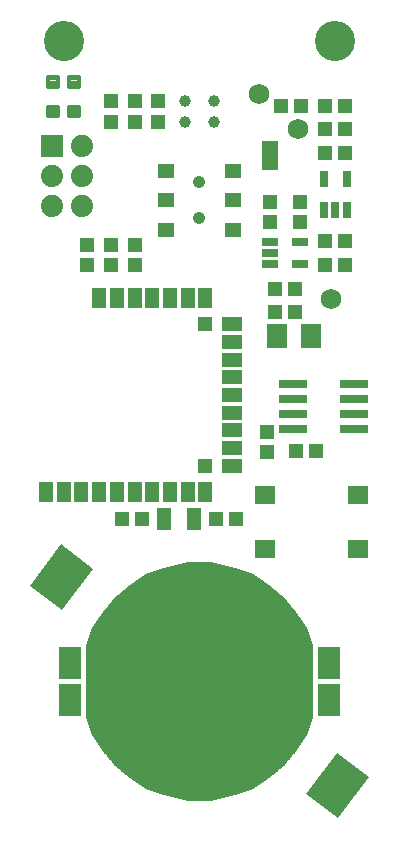
<source format=gbr>
G75*
%MOIN*%
%OFA0B0*%
%FSLAX25Y25*%
%IPPOS*%
%LPD*%
%AMOC8*
5,1,8,0,0,1.08239X$1,22.5*
%
%ADD10C,0.13398*%
%ADD11C,0.01421*%
%ADD12R,0.05131X0.04737*%
%ADD13R,0.07800X0.10800*%
%ADD14C,0.32296*%
%ADD15C,0.00500*%
%ADD16R,0.07099X0.07887*%
%ADD17R,0.04737X0.05131*%
%ADD18R,0.05524X0.02965*%
%ADD19R,0.05131X0.07493*%
%ADD20R,0.05800X0.03300*%
%ADD21R,0.04737X0.06706*%
%ADD22R,0.06706X0.04737*%
%ADD23R,0.04737X0.04737*%
%ADD24R,0.02965X0.05524*%
%ADD25C,0.03950*%
%ADD26R,0.07400X0.07400*%
%ADD27C,0.07400*%
%ADD28R,0.06706X0.05918*%
%ADD29C,0.06800*%
%ADD30R,0.13398X0.17335*%
%ADD31R,0.09461X0.03162*%
%ADD32R,0.05328X0.04737*%
%ADD33C,0.04146*%
D10*
X0013780Y0261811D03*
X0104331Y0261811D03*
D11*
X0011985Y0239847D02*
X0011985Y0236531D01*
X0008669Y0236531D01*
X0008669Y0239847D01*
X0011985Y0239847D01*
X0011985Y0237951D02*
X0008669Y0237951D01*
X0008669Y0239371D02*
X0011985Y0239371D01*
X0018890Y0239847D02*
X0018890Y0236531D01*
X0015574Y0236531D01*
X0015574Y0239847D01*
X0018890Y0239847D01*
X0018890Y0237951D02*
X0015574Y0237951D01*
X0015574Y0239371D02*
X0018890Y0239371D01*
X0011985Y0249689D02*
X0011985Y0246373D01*
X0008669Y0246373D01*
X0008669Y0249689D01*
X0011985Y0249689D01*
X0011985Y0247793D02*
X0008669Y0247793D01*
X0008669Y0249213D02*
X0011985Y0249213D01*
X0018890Y0249689D02*
X0018890Y0246373D01*
X0015574Y0246373D01*
X0015574Y0249689D01*
X0018890Y0249689D01*
X0018890Y0247793D02*
X0015574Y0247793D01*
X0015574Y0249213D02*
X0018890Y0249213D01*
D12*
X0029528Y0241535D03*
X0029528Y0234843D03*
X0037402Y0241535D03*
X0037402Y0234843D03*
X0107677Y0232283D03*
X0100984Y0232283D03*
X0091142Y0125000D03*
X0097835Y0125000D03*
X0039764Y0102362D03*
X0033071Y0102362D03*
X0064567Y0102362D03*
X0071260Y0102362D03*
X0084252Y0179134D03*
X0090945Y0179134D03*
X0086220Y0240157D03*
X0092913Y0240157D03*
X0021654Y0187106D03*
X0021654Y0193799D03*
X0084252Y0171260D03*
X0090945Y0171260D03*
X0037402Y0187106D03*
X0037402Y0193799D03*
D13*
X0015748Y0054331D03*
X0102362Y0054331D03*
X0015748Y0042126D03*
X0102362Y0042126D03*
D14*
X0059055Y0048228D03*
D15*
X0059055Y0087598D02*
X0055118Y0087598D01*
X0047244Y0085630D01*
X0041339Y0083661D01*
X0035433Y0079724D01*
X0031102Y0076181D01*
X0027559Y0071850D01*
X0023622Y0065945D01*
X0021654Y0060039D01*
X0021654Y0048228D01*
X0059055Y0048228D01*
X0059055Y0087598D01*
X0059055Y0048356D02*
X0021654Y0048356D01*
X0021654Y0048854D02*
X0059055Y0048854D01*
X0059055Y0049353D02*
X0021654Y0049353D01*
X0021654Y0049851D02*
X0059055Y0049851D01*
X0059055Y0050350D02*
X0021654Y0050350D01*
X0021654Y0050848D02*
X0059055Y0050848D01*
X0059055Y0051347D02*
X0021654Y0051347D01*
X0021654Y0051845D02*
X0059055Y0051845D01*
X0059055Y0052344D02*
X0021654Y0052344D01*
X0021654Y0052842D02*
X0059055Y0052842D01*
X0059055Y0053341D02*
X0021654Y0053341D01*
X0021654Y0053839D02*
X0059055Y0053839D01*
X0059055Y0054338D02*
X0021654Y0054338D01*
X0021654Y0054836D02*
X0059055Y0054836D01*
X0059055Y0055335D02*
X0021654Y0055335D01*
X0021654Y0055833D02*
X0059055Y0055833D01*
X0059055Y0056332D02*
X0021654Y0056332D01*
X0021654Y0056830D02*
X0059055Y0056830D01*
X0059055Y0057329D02*
X0021654Y0057329D01*
X0021654Y0057827D02*
X0059055Y0057827D01*
X0059055Y0058326D02*
X0021654Y0058326D01*
X0021654Y0058824D02*
X0059055Y0058824D01*
X0059055Y0059323D02*
X0021654Y0059323D01*
X0021654Y0059821D02*
X0059055Y0059821D01*
X0059055Y0060320D02*
X0021747Y0060320D01*
X0021913Y0060818D02*
X0059055Y0060818D01*
X0059055Y0061317D02*
X0022079Y0061317D01*
X0022246Y0061815D02*
X0059055Y0061815D01*
X0059055Y0062314D02*
X0022412Y0062314D01*
X0022578Y0062812D02*
X0059055Y0062812D01*
X0059055Y0063311D02*
X0022744Y0063311D01*
X0022910Y0063809D02*
X0059055Y0063809D01*
X0059055Y0064308D02*
X0023076Y0064308D01*
X0023243Y0064806D02*
X0059055Y0064806D01*
X0059055Y0065305D02*
X0023409Y0065305D01*
X0023575Y0065803D02*
X0059055Y0065803D01*
X0059055Y0066302D02*
X0023860Y0066302D01*
X0024192Y0066801D02*
X0059055Y0066801D01*
X0059055Y0067299D02*
X0024525Y0067299D01*
X0024857Y0067798D02*
X0059055Y0067798D01*
X0059055Y0068296D02*
X0025189Y0068296D01*
X0025522Y0068795D02*
X0059055Y0068795D01*
X0059055Y0069293D02*
X0025854Y0069293D01*
X0026187Y0069792D02*
X0059055Y0069792D01*
X0059055Y0070290D02*
X0026519Y0070290D01*
X0026851Y0070789D02*
X0059055Y0070789D01*
X0059055Y0071287D02*
X0027184Y0071287D01*
X0027516Y0071786D02*
X0059055Y0071786D01*
X0059055Y0072284D02*
X0027914Y0072284D01*
X0028322Y0072783D02*
X0059055Y0072783D01*
X0059055Y0073281D02*
X0028730Y0073281D01*
X0029138Y0073780D02*
X0059055Y0073780D01*
X0059055Y0074278D02*
X0029545Y0074278D01*
X0029953Y0074777D02*
X0059055Y0074777D01*
X0059055Y0075275D02*
X0030361Y0075275D01*
X0030769Y0075774D02*
X0059055Y0075774D01*
X0059055Y0076272D02*
X0031214Y0076272D01*
X0031823Y0076771D02*
X0059055Y0076771D01*
X0059055Y0077269D02*
X0032432Y0077269D01*
X0033042Y0077768D02*
X0059055Y0077768D01*
X0059055Y0078266D02*
X0033651Y0078266D01*
X0034260Y0078765D02*
X0059055Y0078765D01*
X0059055Y0079263D02*
X0034870Y0079263D01*
X0035489Y0079762D02*
X0059055Y0079762D01*
X0059055Y0080260D02*
X0036237Y0080260D01*
X0036985Y0080759D02*
X0059055Y0080759D01*
X0059055Y0081257D02*
X0037732Y0081257D01*
X0038480Y0081756D02*
X0059055Y0081756D01*
X0059055Y0082254D02*
X0039228Y0082254D01*
X0039976Y0082753D02*
X0059055Y0082753D01*
X0059055Y0083251D02*
X0040724Y0083251D01*
X0041604Y0083750D02*
X0059055Y0083750D01*
X0059055Y0084248D02*
X0043100Y0084248D01*
X0044595Y0084747D02*
X0059055Y0084747D01*
X0059055Y0085245D02*
X0046091Y0085245D01*
X0047700Y0085744D02*
X0059055Y0085744D01*
X0059055Y0086242D02*
X0049694Y0086242D01*
X0051688Y0086741D02*
X0059055Y0086741D01*
X0059055Y0087239D02*
X0053682Y0087239D01*
X0059055Y0008858D02*
X0062992Y0008858D01*
X0070866Y0010827D01*
X0076772Y0012795D01*
X0082677Y0016732D01*
X0087008Y0020276D01*
X0090551Y0024606D01*
X0094488Y0030512D01*
X0096457Y0036417D01*
X0096457Y0048228D01*
X0059055Y0048228D01*
X0059055Y0008858D01*
X0059055Y0008973D02*
X0063452Y0008973D01*
X0065446Y0009472D02*
X0059055Y0009472D01*
X0059055Y0009970D02*
X0067440Y0009970D01*
X0069434Y0010469D02*
X0059055Y0010469D01*
X0059055Y0010967D02*
X0071288Y0010967D01*
X0072783Y0011466D02*
X0059055Y0011466D01*
X0059055Y0011964D02*
X0074279Y0011964D01*
X0075774Y0012463D02*
X0059055Y0012463D01*
X0059055Y0012961D02*
X0077021Y0012961D01*
X0077768Y0013460D02*
X0059055Y0013460D01*
X0059055Y0013958D02*
X0078516Y0013958D01*
X0079264Y0014457D02*
X0059055Y0014457D01*
X0059055Y0014955D02*
X0080012Y0014955D01*
X0080760Y0015454D02*
X0059055Y0015454D01*
X0059055Y0015952D02*
X0081507Y0015952D01*
X0082255Y0016451D02*
X0059055Y0016451D01*
X0059055Y0016949D02*
X0082943Y0016949D01*
X0083552Y0017448D02*
X0059055Y0017448D01*
X0059055Y0017946D02*
X0084161Y0017946D01*
X0084770Y0018445D02*
X0059055Y0018445D01*
X0059055Y0018943D02*
X0085380Y0018943D01*
X0085989Y0019442D02*
X0059055Y0019442D01*
X0059055Y0019940D02*
X0086598Y0019940D01*
X0087142Y0020439D02*
X0059055Y0020439D01*
X0059055Y0020937D02*
X0087549Y0020937D01*
X0087957Y0021436D02*
X0059055Y0021436D01*
X0059055Y0021934D02*
X0088365Y0021934D01*
X0088773Y0022433D02*
X0059055Y0022433D01*
X0059055Y0022932D02*
X0089181Y0022932D01*
X0089589Y0023430D02*
X0059055Y0023430D01*
X0059055Y0023929D02*
X0089997Y0023929D01*
X0090405Y0024427D02*
X0059055Y0024427D01*
X0059055Y0024926D02*
X0090764Y0024926D01*
X0091096Y0025424D02*
X0059055Y0025424D01*
X0059055Y0025923D02*
X0091429Y0025923D01*
X0091761Y0026421D02*
X0059055Y0026421D01*
X0059055Y0026920D02*
X0092093Y0026920D01*
X0092426Y0027418D02*
X0059055Y0027418D01*
X0059055Y0027917D02*
X0092758Y0027917D01*
X0093090Y0028415D02*
X0059055Y0028415D01*
X0059055Y0028914D02*
X0093423Y0028914D01*
X0093755Y0029412D02*
X0059055Y0029412D01*
X0059055Y0029911D02*
X0094087Y0029911D01*
X0094420Y0030409D02*
X0059055Y0030409D01*
X0059055Y0030908D02*
X0094620Y0030908D01*
X0094786Y0031406D02*
X0059055Y0031406D01*
X0059055Y0031905D02*
X0094952Y0031905D01*
X0095119Y0032403D02*
X0059055Y0032403D01*
X0059055Y0032902D02*
X0095285Y0032902D01*
X0095451Y0033400D02*
X0059055Y0033400D01*
X0059055Y0033899D02*
X0095617Y0033899D01*
X0095783Y0034397D02*
X0059055Y0034397D01*
X0059055Y0034896D02*
X0095950Y0034896D01*
X0096116Y0035394D02*
X0059055Y0035394D01*
X0059055Y0035893D02*
X0096282Y0035893D01*
X0096448Y0036391D02*
X0059055Y0036391D01*
X0059055Y0036890D02*
X0096457Y0036890D01*
X0096457Y0037388D02*
X0059055Y0037388D01*
X0059055Y0037887D02*
X0096457Y0037887D01*
X0096457Y0038385D02*
X0059055Y0038385D01*
X0059055Y0038884D02*
X0096457Y0038884D01*
X0096457Y0039382D02*
X0059055Y0039382D01*
X0059055Y0039881D02*
X0096457Y0039881D01*
X0096457Y0040379D02*
X0059055Y0040379D01*
X0059055Y0040878D02*
X0096457Y0040878D01*
X0096457Y0041376D02*
X0059055Y0041376D01*
X0059055Y0041875D02*
X0096457Y0041875D01*
X0096457Y0042373D02*
X0059055Y0042373D01*
X0059055Y0042872D02*
X0096457Y0042872D01*
X0096457Y0043370D02*
X0059055Y0043370D01*
X0059055Y0043869D02*
X0096457Y0043869D01*
X0096457Y0044368D02*
X0059055Y0044368D01*
X0059055Y0044866D02*
X0096457Y0044866D01*
X0096457Y0045365D02*
X0059055Y0045365D01*
X0059055Y0045863D02*
X0096457Y0045863D01*
X0096457Y0046362D02*
X0059055Y0046362D01*
X0059055Y0046860D02*
X0096457Y0046860D01*
X0096457Y0047359D02*
X0059055Y0047359D01*
X0059055Y0047857D02*
X0096457Y0047857D01*
X0096457Y0048228D02*
X0096457Y0060039D01*
X0094488Y0065945D01*
X0090551Y0071850D01*
X0087008Y0076181D01*
X0082677Y0079724D01*
X0076772Y0083661D01*
X0070866Y0085630D01*
X0062992Y0087598D01*
X0059055Y0087598D01*
X0059055Y0048228D01*
X0096457Y0048228D01*
X0096457Y0048356D02*
X0059055Y0048356D01*
X0059055Y0048854D02*
X0096457Y0048854D01*
X0096457Y0049353D02*
X0059055Y0049353D01*
X0059055Y0049851D02*
X0096457Y0049851D01*
X0096457Y0050350D02*
X0059055Y0050350D01*
X0059055Y0050848D02*
X0096457Y0050848D01*
X0096457Y0051347D02*
X0059055Y0051347D01*
X0059055Y0051845D02*
X0096457Y0051845D01*
X0096457Y0052344D02*
X0059055Y0052344D01*
X0059055Y0052842D02*
X0096457Y0052842D01*
X0096457Y0053341D02*
X0059055Y0053341D01*
X0059055Y0053839D02*
X0096457Y0053839D01*
X0096457Y0054338D02*
X0059055Y0054338D01*
X0059055Y0054836D02*
X0096457Y0054836D01*
X0096457Y0055335D02*
X0059055Y0055335D01*
X0059055Y0055833D02*
X0096457Y0055833D01*
X0096457Y0056332D02*
X0059055Y0056332D01*
X0059055Y0056830D02*
X0096457Y0056830D01*
X0096457Y0057329D02*
X0059055Y0057329D01*
X0059055Y0057827D02*
X0096457Y0057827D01*
X0096457Y0058326D02*
X0059055Y0058326D01*
X0059055Y0058824D02*
X0096457Y0058824D01*
X0096457Y0059323D02*
X0059055Y0059323D01*
X0059055Y0059821D02*
X0096457Y0059821D01*
X0096363Y0060320D02*
X0059055Y0060320D01*
X0059055Y0060818D02*
X0096197Y0060818D01*
X0096031Y0061317D02*
X0059055Y0061317D01*
X0059055Y0061815D02*
X0095865Y0061815D01*
X0095699Y0062314D02*
X0059055Y0062314D01*
X0059055Y0062812D02*
X0095532Y0062812D01*
X0095366Y0063311D02*
X0059055Y0063311D01*
X0059055Y0063809D02*
X0095200Y0063809D01*
X0095034Y0064308D02*
X0059055Y0064308D01*
X0059055Y0064806D02*
X0094868Y0064806D01*
X0094701Y0065305D02*
X0059055Y0065305D01*
X0059055Y0065803D02*
X0094535Y0065803D01*
X0094250Y0066302D02*
X0059055Y0066302D01*
X0059055Y0066801D02*
X0093918Y0066801D01*
X0093585Y0067299D02*
X0059055Y0067299D01*
X0059055Y0067798D02*
X0093253Y0067798D01*
X0092921Y0068296D02*
X0059055Y0068296D01*
X0059055Y0068795D02*
X0092588Y0068795D01*
X0092256Y0069293D02*
X0059055Y0069293D01*
X0059055Y0069792D02*
X0091924Y0069792D01*
X0091591Y0070290D02*
X0059055Y0070290D01*
X0059055Y0070789D02*
X0091259Y0070789D01*
X0090927Y0071287D02*
X0059055Y0071287D01*
X0059055Y0071786D02*
X0090594Y0071786D01*
X0090196Y0072284D02*
X0059055Y0072284D01*
X0059055Y0072783D02*
X0089788Y0072783D01*
X0089381Y0073281D02*
X0059055Y0073281D01*
X0059055Y0073780D02*
X0088973Y0073780D01*
X0088565Y0074278D02*
X0059055Y0074278D01*
X0059055Y0074777D02*
X0088157Y0074777D01*
X0087749Y0075275D02*
X0059055Y0075275D01*
X0059055Y0075774D02*
X0087341Y0075774D01*
X0086896Y0076272D02*
X0059055Y0076272D01*
X0059055Y0076771D02*
X0086287Y0076771D01*
X0085678Y0077269D02*
X0059055Y0077269D01*
X0059055Y0077768D02*
X0085069Y0077768D01*
X0084459Y0078266D02*
X0059055Y0078266D01*
X0059055Y0078765D02*
X0083850Y0078765D01*
X0083241Y0079263D02*
X0059055Y0079263D01*
X0059055Y0079762D02*
X0082621Y0079762D01*
X0081873Y0080260D02*
X0059055Y0080260D01*
X0059055Y0080759D02*
X0081126Y0080759D01*
X0080378Y0081257D02*
X0059055Y0081257D01*
X0059055Y0081756D02*
X0079630Y0081756D01*
X0078882Y0082254D02*
X0059055Y0082254D01*
X0059055Y0082753D02*
X0078134Y0082753D01*
X0077387Y0083251D02*
X0059055Y0083251D01*
X0059055Y0083750D02*
X0076506Y0083750D01*
X0075011Y0084248D02*
X0059055Y0084248D01*
X0059055Y0084747D02*
X0073515Y0084747D01*
X0072020Y0085245D02*
X0059055Y0085245D01*
X0059055Y0085744D02*
X0070410Y0085744D01*
X0068416Y0086242D02*
X0059055Y0086242D01*
X0059055Y0086741D02*
X0066422Y0086741D01*
X0064428Y0087239D02*
X0059055Y0087239D01*
X0021654Y0048228D02*
X0021654Y0036417D01*
X0023622Y0030512D01*
X0027559Y0024606D01*
X0031102Y0020276D01*
X0035433Y0016732D01*
X0041339Y0012795D01*
X0047244Y0010827D01*
X0055118Y0008858D01*
X0059055Y0008858D01*
X0059055Y0048228D01*
X0021654Y0048228D01*
X0054658Y0008973D02*
X0059055Y0008973D01*
X0059055Y0009472D02*
X0052664Y0009472D01*
X0050670Y0009970D02*
X0059055Y0009970D01*
X0059055Y0010469D02*
X0048676Y0010469D01*
X0046823Y0010967D02*
X0059055Y0010967D01*
X0059055Y0011466D02*
X0045327Y0011466D01*
X0043832Y0011964D02*
X0059055Y0011964D01*
X0059055Y0012463D02*
X0042336Y0012463D01*
X0041090Y0012961D02*
X0059055Y0012961D01*
X0059055Y0013460D02*
X0040342Y0013460D01*
X0039594Y0013958D02*
X0059055Y0013958D01*
X0059055Y0014457D02*
X0038846Y0014457D01*
X0038098Y0014955D02*
X0059055Y0014955D01*
X0059055Y0015454D02*
X0037351Y0015454D01*
X0036603Y0015952D02*
X0059055Y0015952D01*
X0059055Y0016451D02*
X0035855Y0016451D01*
X0035168Y0016949D02*
X0059055Y0016949D01*
X0059055Y0017448D02*
X0034558Y0017448D01*
X0033949Y0017946D02*
X0059055Y0017946D01*
X0059055Y0018445D02*
X0033340Y0018445D01*
X0032731Y0018943D02*
X0059055Y0018943D01*
X0059055Y0019442D02*
X0032121Y0019442D01*
X0031512Y0019940D02*
X0059055Y0019940D01*
X0059055Y0020439D02*
X0030969Y0020439D01*
X0030561Y0020937D02*
X0059055Y0020937D01*
X0059055Y0021436D02*
X0030153Y0021436D01*
X0029745Y0021934D02*
X0059055Y0021934D01*
X0059055Y0022433D02*
X0029337Y0022433D01*
X0028929Y0022932D02*
X0059055Y0022932D01*
X0059055Y0023430D02*
X0028521Y0023430D01*
X0028114Y0023929D02*
X0059055Y0023929D01*
X0059055Y0024427D02*
X0027706Y0024427D01*
X0027346Y0024926D02*
X0059055Y0024926D01*
X0059055Y0025424D02*
X0027014Y0025424D01*
X0026682Y0025923D02*
X0059055Y0025923D01*
X0059055Y0026421D02*
X0026349Y0026421D01*
X0026017Y0026920D02*
X0059055Y0026920D01*
X0059055Y0027418D02*
X0025684Y0027418D01*
X0025352Y0027917D02*
X0059055Y0027917D01*
X0059055Y0028415D02*
X0025020Y0028415D01*
X0024687Y0028914D02*
X0059055Y0028914D01*
X0059055Y0029412D02*
X0024355Y0029412D01*
X0024023Y0029911D02*
X0059055Y0029911D01*
X0059055Y0030409D02*
X0023690Y0030409D01*
X0023490Y0030908D02*
X0059055Y0030908D01*
X0059055Y0031406D02*
X0023324Y0031406D01*
X0023158Y0031905D02*
X0059055Y0031905D01*
X0059055Y0032403D02*
X0022992Y0032403D01*
X0022825Y0032902D02*
X0059055Y0032902D01*
X0059055Y0033400D02*
X0022659Y0033400D01*
X0022493Y0033899D02*
X0059055Y0033899D01*
X0059055Y0034397D02*
X0022327Y0034397D01*
X0022161Y0034896D02*
X0059055Y0034896D01*
X0059055Y0035394D02*
X0021995Y0035394D01*
X0021828Y0035893D02*
X0059055Y0035893D01*
X0059055Y0036391D02*
X0021662Y0036391D01*
X0021654Y0036890D02*
X0059055Y0036890D01*
X0059055Y0037388D02*
X0021654Y0037388D01*
X0021654Y0037887D02*
X0059055Y0037887D01*
X0059055Y0038385D02*
X0021654Y0038385D01*
X0021654Y0038884D02*
X0059055Y0038884D01*
X0059055Y0039382D02*
X0021654Y0039382D01*
X0021654Y0039881D02*
X0059055Y0039881D01*
X0059055Y0040379D02*
X0021654Y0040379D01*
X0021654Y0040878D02*
X0059055Y0040878D01*
X0059055Y0041376D02*
X0021654Y0041376D01*
X0021654Y0041875D02*
X0059055Y0041875D01*
X0059055Y0042373D02*
X0021654Y0042373D01*
X0021654Y0042872D02*
X0059055Y0042872D01*
X0059055Y0043370D02*
X0021654Y0043370D01*
X0021654Y0043869D02*
X0059055Y0043869D01*
X0059055Y0044368D02*
X0021654Y0044368D01*
X0021654Y0044866D02*
X0059055Y0044866D01*
X0059055Y0045365D02*
X0021654Y0045365D01*
X0021654Y0045863D02*
X0059055Y0045863D01*
X0059055Y0046362D02*
X0021654Y0046362D01*
X0021654Y0046860D02*
X0059055Y0046860D01*
X0059055Y0047359D02*
X0021654Y0047359D01*
X0021654Y0047857D02*
X0059055Y0047857D01*
D16*
X0085039Y0163386D03*
X0096063Y0163386D03*
D17*
X0082677Y0201378D03*
X0082677Y0208071D03*
X0092520Y0201378D03*
X0092520Y0208071D03*
X0100984Y0187008D03*
X0107677Y0187008D03*
X0045276Y0234843D03*
X0045276Y0241535D03*
X0100984Y0194882D03*
X0107677Y0194882D03*
X0107677Y0240157D03*
X0100984Y0240157D03*
X0107677Y0224409D03*
X0100984Y0224409D03*
X0029528Y0193799D03*
X0029528Y0187106D03*
X0081693Y0124606D03*
X0081693Y0131299D03*
D18*
X0082480Y0194685D03*
X0082480Y0190945D03*
X0082480Y0187205D03*
X0092717Y0187205D03*
X0092717Y0194685D03*
D19*
X0057087Y0102362D03*
X0047244Y0102362D03*
D20*
X0082677Y0226625D03*
X0082677Y0223425D03*
X0082677Y0220225D03*
D21*
X0007874Y0111220D03*
X0013780Y0111220D03*
X0019685Y0111220D03*
X0025591Y0111220D03*
X0031496Y0111220D03*
X0037402Y0111220D03*
X0043307Y0111220D03*
X0049213Y0111220D03*
X0055118Y0111220D03*
X0061024Y0111220D03*
X0061024Y0176181D03*
X0055118Y0176181D03*
X0049213Y0176181D03*
X0043307Y0176181D03*
X0037402Y0176181D03*
X0031496Y0176181D03*
X0025591Y0176181D03*
D22*
X0069882Y0120079D03*
X0069882Y0125984D03*
X0069882Y0131890D03*
X0069882Y0137795D03*
X0069882Y0143701D03*
X0069882Y0149606D03*
X0069882Y0155512D03*
X0069882Y0161417D03*
X0069882Y0167323D03*
D23*
X0061024Y0120079D03*
X0061024Y0167323D03*
D24*
X0100591Y0205512D03*
X0104331Y0205512D03*
X0108071Y0205512D03*
X0108071Y0215748D03*
X0100591Y0215748D03*
D25*
X0063898Y0241535D03*
X0063898Y0234843D03*
X0054213Y0241535D03*
X0054213Y0234843D03*
D26*
X0009764Y0226535D03*
D27*
X0019764Y0226535D03*
X0009764Y0216535D03*
X0019764Y0216535D03*
X0009764Y0206535D03*
X0019764Y0206535D03*
D28*
X0080906Y0110236D03*
X0112008Y0110236D03*
X0080906Y0092520D03*
X0112008Y0092520D03*
D29*
X0078740Y0244094D03*
X0092028Y0232283D03*
X0102854Y0175689D03*
D30*
G36*
X0013126Y0071986D02*
X0002427Y0080049D01*
X0012858Y0093892D01*
X0023557Y0085829D01*
X0013126Y0071986D01*
G37*
G36*
X0105252Y0002564D02*
X0094553Y0010627D01*
X0104984Y0024470D01*
X0115683Y0016407D01*
X0105252Y0002564D01*
G37*
D31*
X0110630Y0137264D03*
X0090157Y0137264D03*
X0110630Y0132264D03*
X0110630Y0142264D03*
X0110630Y0147264D03*
X0090157Y0132264D03*
X0090157Y0142264D03*
X0090157Y0147264D03*
D32*
X0070177Y0198819D03*
X0070177Y0208661D03*
X0070177Y0218504D03*
X0047933Y0198819D03*
X0047933Y0208661D03*
X0047933Y0218504D03*
D33*
X0059055Y0202756D03*
X0059055Y0214567D03*
M02*

</source>
